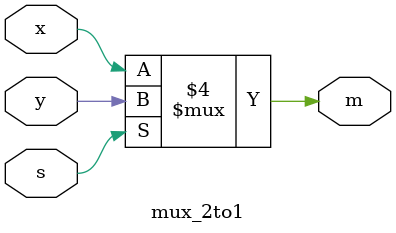
<source format=v>
module mux_2to1 (m,s,x,y); 
input x,y,s; 
output m; 
reg m; 
always @(s or x or y) 
begin 
    if(s==1'b0) 
        m=x;
    else 
        m=y; 
end 
endmodule
</source>
